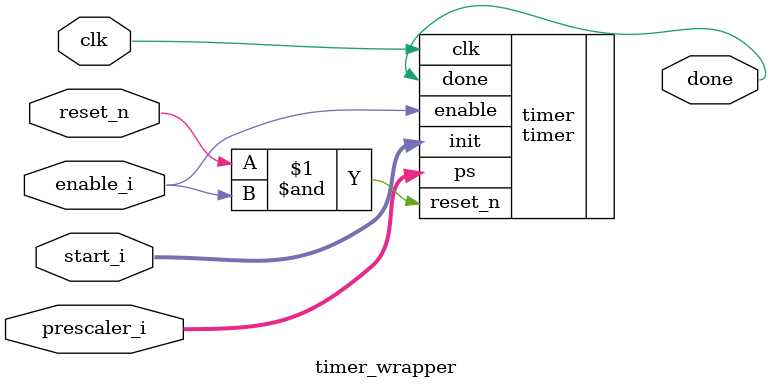
<source format=sv>
module timer_wrapper #(
  parameter TIMER_BITS  = 30,
  parameter SCALER_BITS = 4
) (
  input                    clk, reset_n,
  // input  [31:0] data_in,
  input  [ TIMER_BITS-1:0] start_i    ,
  input  [SCALER_BITS-1:0] prescaler_i,
  input                    enable_i   ,
  // input  [         31:0] start_i, prescaler_i, enable_i,
  output                   done
);

  // reg                   enable   ;
  // reg [ TIMER_BITS-1:0] start    ;
  // reg [SCALER_BITS-1:0] prescaler;

  timer #(TIMER_BITS,SCALER_BITS) timer (
    .clk    (clk                         ),
    .reset_n(reset_n & enable_i          ), // async reset
    .enable (enable_i                    ), // timer enable
    .init   (start_i[TIMER_BITS-1:0]     ), // timer start value,
    .ps     (prescaler_i[SCALER_BITS-1:0]), // pre-scale factor
    .done   (done                        )  // tick event raised when timer reaches zero
  );

  // always_ff @(posedge clk or negedge reset_n) begin
  //   if(~reset_n) begin
  //     enable    <= 0;
  //     start     <= 0;
  //     prescaler <= 0;
  //   end else begin
  //     enable    <= enable;
  //     start     <= start;
  //     prescaler <= prescaler;
  //     casez (data_in[31:30])
  //       2'b00 : start <= data_in[TIMER_BITS-1:0];
  //       2'b01 : prescaler <= data_in[SCALER_BITS-1:0];
  //       2'b1? : enable <= data_in[30];
  //     endcase
  //   end
  // end

  // assign data_out    = {31'd0, done};
  // assign enable_tick = ~enable_i & data_in[31] & data_in[30]; //  (enable ^ &data_in[31:30]) & &data_in[31:30];   // (A ^ B) & B

  // assign start_o     = {{(32-TIMER_BITS){1'b0}}, start};
  // assign prescaler_o = {{(32-SCALER_BITS){1'b0}}, prescaler};
  // assign enable_o    = {31'd0, enable};

endmodule

</source>
